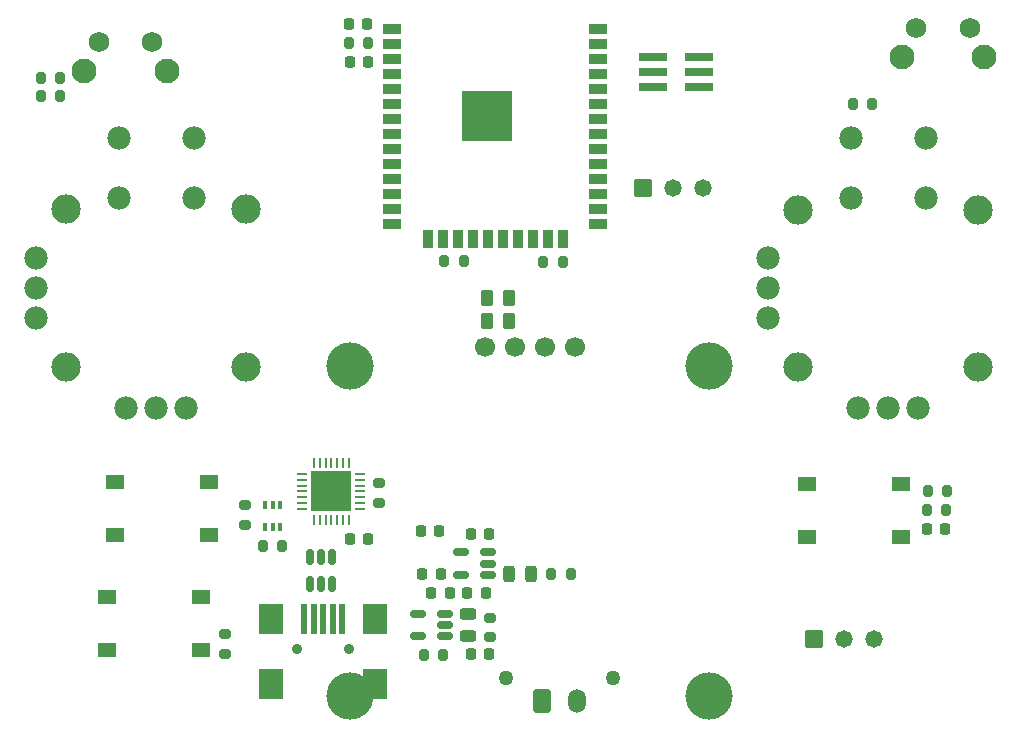
<source format=gbr>
%TF.GenerationSoftware,KiCad,Pcbnew,9.0.1*%
%TF.CreationDate,2025-10-05T16:26:19+02:00*%
%TF.ProjectId,RcSender,52635365-6e64-4657-922e-6b696361645f,rev?*%
%TF.SameCoordinates,Original*%
%TF.FileFunction,Soldermask,Top*%
%TF.FilePolarity,Negative*%
%FSLAX46Y46*%
G04 Gerber Fmt 4.6, Leading zero omitted, Abs format (unit mm)*
G04 Created by KiCad (PCBNEW 9.0.1) date 2025-10-05 16:26:19*
%MOMM*%
%LPD*%
G01*
G04 APERTURE LIST*
G04 Aperture macros list*
%AMRoundRect*
0 Rectangle with rounded corners*
0 $1 Rounding radius*
0 $2 $3 $4 $5 $6 $7 $8 $9 X,Y pos of 4 corners*
0 Add a 4 corners polygon primitive as box body*
4,1,4,$2,$3,$4,$5,$6,$7,$8,$9,$2,$3,0*
0 Add four circle primitives for the rounded corners*
1,1,$1+$1,$2,$3*
1,1,$1+$1,$4,$5*
1,1,$1+$1,$6,$7*
1,1,$1+$1,$8,$9*
0 Add four rect primitives between the rounded corners*
20,1,$1+$1,$2,$3,$4,$5,0*
20,1,$1+$1,$4,$5,$6,$7,0*
20,1,$1+$1,$6,$7,$8,$9,0*
20,1,$1+$1,$8,$9,$2,$3,0*%
G04 Aperture macros list end*
%ADD10RoundRect,0.200000X-0.275000X0.200000X-0.275000X-0.200000X0.275000X-0.200000X0.275000X0.200000X0*%
%ADD11RoundRect,0.102000X-0.634000X-0.634000X0.634000X-0.634000X0.634000X0.634000X-0.634000X0.634000X0*%
%ADD12C,1.472000*%
%ADD13C,1.700000*%
%ADD14C,4.000000*%
%ADD15RoundRect,0.100000X0.100000X-0.225000X0.100000X0.225000X-0.100000X0.225000X-0.100000X-0.225000X0*%
%ADD16R,1.500000X0.900000*%
%ADD17R,0.900000X1.500000*%
%ADD18C,0.600000*%
%ADD19R,4.200000X4.200000*%
%ADD20RoundRect,0.150000X0.512500X0.150000X-0.512500X0.150000X-0.512500X-0.150000X0.512500X-0.150000X0*%
%ADD21RoundRect,0.200000X0.275000X-0.200000X0.275000X0.200000X-0.275000X0.200000X-0.275000X-0.200000X0*%
%ADD22RoundRect,0.225000X0.225000X0.250000X-0.225000X0.250000X-0.225000X-0.250000X0.225000X-0.250000X0*%
%ADD23C,2.100000*%
%ADD24C,1.750000*%
%ADD25RoundRect,0.243750X-0.243750X-0.456250X0.243750X-0.456250X0.243750X0.456250X-0.243750X0.456250X0*%
%ADD26RoundRect,0.200000X0.200000X0.275000X-0.200000X0.275000X-0.200000X-0.275000X0.200000X-0.275000X0*%
%ADD27RoundRect,0.243750X0.456250X-0.243750X0.456250X0.243750X-0.456250X0.243750X-0.456250X-0.243750X0*%
%ADD28RoundRect,0.225000X-0.225000X-0.250000X0.225000X-0.250000X0.225000X0.250000X-0.225000X0.250000X0*%
%ADD29RoundRect,0.218750X0.218750X0.256250X-0.218750X0.256250X-0.218750X-0.256250X0.218750X-0.256250X0*%
%ADD30R,1.550000X1.300000*%
%ADD31RoundRect,0.200000X-0.200000X-0.275000X0.200000X-0.275000X0.200000X0.275000X-0.200000X0.275000X0*%
%ADD32R,2.400000X0.740000*%
%ADD33RoundRect,0.062500X0.062500X-0.337500X0.062500X0.337500X-0.062500X0.337500X-0.062500X-0.337500X0*%
%ADD34RoundRect,0.062500X0.337500X-0.062500X0.337500X0.062500X-0.337500X0.062500X-0.337500X-0.062500X0*%
%ADD35R,3.350000X3.350000*%
%ADD36C,1.270000*%
%ADD37RoundRect,0.250001X-0.499999X-0.759999X0.499999X-0.759999X0.499999X0.759999X-0.499999X0.759999X0*%
%ADD38O,1.500000X2.020000*%
%ADD39RoundRect,0.150000X0.150000X-0.512500X0.150000X0.512500X-0.150000X0.512500X-0.150000X-0.512500X0*%
%ADD40C,1.982000*%
%ADD41C,2.490000*%
%ADD42RoundRect,0.250000X-0.262500X-0.450000X0.262500X-0.450000X0.262500X0.450000X-0.262500X0.450000X0*%
%ADD43C,0.900000*%
%ADD44R,0.500000X2.500000*%
%ADD45R,2.000000X2.500000*%
G04 APERTURE END LIST*
D10*
%TO.C,R13*%
X64200000Y-121500000D03*
X64200000Y-123150000D03*
%TD*%
D11*
%TO.C,POT1*%
X101020000Y-134700000D03*
D12*
X103560000Y-134700000D03*
X106100000Y-134700000D03*
%TD*%
D13*
%TO.C,U8*%
X73200000Y-110000000D03*
X75740000Y-110000000D03*
X78280000Y-110000000D03*
X80820000Y-110000000D03*
D14*
X61740000Y-111540000D03*
X61740000Y-139500000D03*
X92200000Y-111540000D03*
X92200000Y-139500000D03*
%TD*%
D15*
%TO.C,Q1*%
X54580000Y-125220000D03*
X55230000Y-125220000D03*
X55880000Y-125220000D03*
X55880000Y-123320000D03*
X55230000Y-123320000D03*
X54580000Y-123320000D03*
%TD*%
D16*
%TO.C,U4*%
X65305000Y-83035000D03*
X65305000Y-84305000D03*
X65305000Y-85575000D03*
X65305000Y-86845000D03*
X65305000Y-88115000D03*
X65305000Y-89385000D03*
X65305000Y-90655000D03*
X65305000Y-91925000D03*
X65305000Y-93195000D03*
X65305000Y-94465000D03*
X65305000Y-95735000D03*
X65305000Y-97005000D03*
X65305000Y-98275000D03*
X65305000Y-99545000D03*
D17*
X68345000Y-100795000D03*
X69615000Y-100795000D03*
X70885000Y-100795000D03*
X72155000Y-100795000D03*
X73425000Y-100795000D03*
X74695000Y-100795000D03*
X75965000Y-100795000D03*
X77235000Y-100795000D03*
X78505000Y-100795000D03*
X79775000Y-100795000D03*
D16*
X82805000Y-99545000D03*
X82805000Y-98275000D03*
X82805000Y-97005000D03*
X82805000Y-95735000D03*
X82805000Y-94465000D03*
X82805000Y-93195000D03*
X82805000Y-91925000D03*
X82805000Y-90655000D03*
X82805000Y-89385000D03*
X82805000Y-88115000D03*
X82805000Y-86845000D03*
X82805000Y-85575000D03*
X82805000Y-84305000D03*
X82805000Y-83035000D03*
D18*
X71850000Y-89612500D03*
X71850000Y-91137500D03*
X72612500Y-88850000D03*
X72612500Y-90375000D03*
X72612500Y-91900000D03*
X73375000Y-89612500D03*
D19*
X73375000Y-90375000D03*
D18*
X73375000Y-91137500D03*
X74137500Y-88850000D03*
X74137500Y-90375000D03*
X74137500Y-91900000D03*
X74900000Y-89612500D03*
X74900000Y-91137500D03*
%TD*%
D20*
%TO.C,U2*%
X73425000Y-129250000D03*
X73425000Y-128300000D03*
X73425000Y-127350000D03*
X71150000Y-127350000D03*
X71150000Y-129250000D03*
%TD*%
D21*
%TO.C,R2*%
X73600000Y-134550000D03*
X73600000Y-132900000D03*
%TD*%
D22*
%TO.C,C3*%
X73575000Y-125800000D03*
X72025000Y-125800000D03*
%TD*%
D23*
%TO.C,SW1*%
X39275000Y-86602500D03*
X46285000Y-86602500D03*
D24*
X40525000Y-84112500D03*
X45025000Y-84112500D03*
%TD*%
D25*
%TO.C,D2*%
X75225000Y-129200000D03*
X77100000Y-129200000D03*
%TD*%
D26*
%TO.C,R3*%
X80450000Y-129200000D03*
X78800000Y-129200000D03*
%TD*%
D27*
%TO.C,D1*%
X71800000Y-134475000D03*
X71800000Y-132600000D03*
%TD*%
D28*
%TO.C,C9*%
X61750000Y-126200000D03*
X63300000Y-126200000D03*
%TD*%
D29*
%TO.C,FB1*%
X73275000Y-130800000D03*
X71700000Y-130800000D03*
%TD*%
D30*
%TO.C,SW3*%
X41220000Y-131150000D03*
X49180000Y-131150000D03*
X41220000Y-135650000D03*
X49180000Y-135650000D03*
%TD*%
D21*
%TO.C,R7*%
X51200000Y-135950000D03*
X51200000Y-134300000D03*
%TD*%
D22*
%TO.C,C1*%
X73575000Y-135950000D03*
X72025000Y-135950000D03*
%TD*%
D31*
%TO.C,R5*%
X35600000Y-87200000D03*
X37250000Y-87200000D03*
%TD*%
%TO.C,R12*%
X104350000Y-89400000D03*
X106000000Y-89400000D03*
%TD*%
D32*
%TO.C,J3*%
X87450000Y-85430000D03*
X91350000Y-85430000D03*
X87450000Y-86700000D03*
X91350000Y-86700000D03*
X87450000Y-87970000D03*
X91350000Y-87970000D03*
%TD*%
D33*
%TO.C,U7*%
X58700000Y-124650000D03*
X59200000Y-124650000D03*
X59700000Y-124650000D03*
X60200000Y-124650000D03*
X60700000Y-124650000D03*
X61200000Y-124650000D03*
X61700000Y-124650000D03*
D34*
X62650000Y-123700000D03*
X62650000Y-123200000D03*
X62650000Y-122700000D03*
X62650000Y-122200000D03*
X62650000Y-121700000D03*
X62650000Y-121200000D03*
X62650000Y-120700000D03*
D33*
X61700000Y-119750000D03*
X61200000Y-119750000D03*
X60700000Y-119750000D03*
X60200000Y-119750000D03*
X59700000Y-119750000D03*
X59200000Y-119750000D03*
X58700000Y-119750000D03*
D34*
X57750000Y-120700000D03*
X57750000Y-121200000D03*
X57750000Y-121700000D03*
X57750000Y-122200000D03*
X57750000Y-122700000D03*
X57750000Y-123200000D03*
X57750000Y-123700000D03*
D35*
X60200000Y-122200000D03*
%TD*%
D30*
%TO.C,BT1*%
X100500000Y-121550000D03*
X108460000Y-121550000D03*
X100500000Y-126050000D03*
X108460000Y-126050000D03*
%TD*%
D10*
%TO.C,R15*%
X52900000Y-123375000D03*
X52900000Y-125025000D03*
%TD*%
D31*
%TO.C,R14*%
X54400000Y-126800000D03*
X56050000Y-126800000D03*
%TD*%
D36*
%TO.C,J2*%
X75000000Y-138000000D03*
X84000000Y-138000000D03*
D37*
X78000000Y-139960000D03*
D38*
X81000000Y-139960000D03*
%TD*%
D39*
%TO.C,U3*%
X58350000Y-130037500D03*
X59300000Y-130037500D03*
X60250000Y-130037500D03*
X60250000Y-127762500D03*
X59300000Y-127762500D03*
X58350000Y-127762500D03*
%TD*%
D22*
%TO.C,C4*%
X69450000Y-129200000D03*
X67900000Y-129200000D03*
%TD*%
D31*
%TO.C,R8*%
X78150000Y-102800000D03*
X79800000Y-102800000D03*
%TD*%
%TO.C,R9*%
X61650000Y-84200000D03*
X63300000Y-84200000D03*
%TD*%
D28*
%TO.C,C5*%
X110625000Y-125400000D03*
X112175000Y-125400000D03*
%TD*%
D22*
%TO.C,C2*%
X70200000Y-130800000D03*
X68650000Y-130800000D03*
%TD*%
D30*
%TO.C,SW4*%
X41840000Y-121400000D03*
X49800000Y-121400000D03*
X41840000Y-125900000D03*
X49800000Y-125900000D03*
%TD*%
D22*
%TO.C,C8*%
X69350000Y-125550000D03*
X67800000Y-125550000D03*
%TD*%
D31*
%TO.C,R1*%
X68000000Y-136050000D03*
X69650000Y-136050000D03*
%TD*%
D40*
%TO.C,U5*%
X42175000Y-92281281D03*
X48525000Y-92281281D03*
X42175000Y-97361281D03*
X48525000Y-97361281D03*
X42810000Y-115141281D03*
X45350000Y-115141281D03*
X47890000Y-115141281D03*
D41*
X37730000Y-98313781D03*
X37730000Y-111648781D03*
X52970000Y-111648781D03*
X52970000Y-98313781D03*
D40*
X35190000Y-102441281D03*
X35190000Y-104981281D03*
X35190000Y-107521281D03*
%TD*%
D26*
%TO.C,R11*%
X37250000Y-88700000D03*
X35600000Y-88700000D03*
%TD*%
D28*
%TO.C,C6*%
X61750000Y-85800000D03*
X63300000Y-85800000D03*
%TD*%
D22*
%TO.C,C7*%
X63250000Y-82600000D03*
X61700000Y-82600000D03*
%TD*%
D42*
%TO.C,R16*%
X73400000Y-107800000D03*
X75225000Y-107800000D03*
%TD*%
D26*
%TO.C,R10*%
X112350000Y-122200000D03*
X110700000Y-122200000D03*
%TD*%
D20*
%TO.C,U1*%
X69800000Y-134450000D03*
X69800000Y-133500000D03*
X69800000Y-132550000D03*
X67525000Y-132550000D03*
X67525000Y-134450000D03*
%TD*%
D26*
%TO.C,R6*%
X71400000Y-102700000D03*
X69750000Y-102700000D03*
%TD*%
D42*
%TO.C,R17*%
X73400000Y-105800000D03*
X75225000Y-105800000D03*
%TD*%
D40*
%TO.C,U6*%
X104185000Y-92300000D03*
X110535000Y-92300000D03*
X104185000Y-97380000D03*
X110535000Y-97380000D03*
X104820000Y-115160000D03*
X107360000Y-115160000D03*
X109900000Y-115160000D03*
D41*
X99740000Y-98332500D03*
X99740000Y-111667500D03*
X114980000Y-111667500D03*
X114980000Y-98332500D03*
D40*
X97200000Y-102460000D03*
X97200000Y-105000000D03*
X97200000Y-107540000D03*
%TD*%
D23*
%TO.C,SW2*%
X108475000Y-85452500D03*
X115485000Y-85452500D03*
D24*
X109725000Y-82962500D03*
X114225000Y-82962500D03*
%TD*%
D26*
%TO.C,R4*%
X112250000Y-123800000D03*
X110600000Y-123800000D03*
%TD*%
D11*
%TO.C,POT2*%
X86620000Y-96500000D03*
D12*
X89160000Y-96500000D03*
X91700000Y-96500000D03*
%TD*%
D43*
%TO.C,J1*%
X57300000Y-135575000D03*
X61700000Y-135575000D03*
D44*
X57900000Y-132975000D03*
X58700000Y-132975000D03*
X59500000Y-132975000D03*
X60300000Y-132975000D03*
X61100000Y-132975000D03*
D45*
X55100000Y-132975000D03*
X55100000Y-138475000D03*
X63900000Y-132975000D03*
X63900000Y-138475000D03*
%TD*%
M02*

</source>
